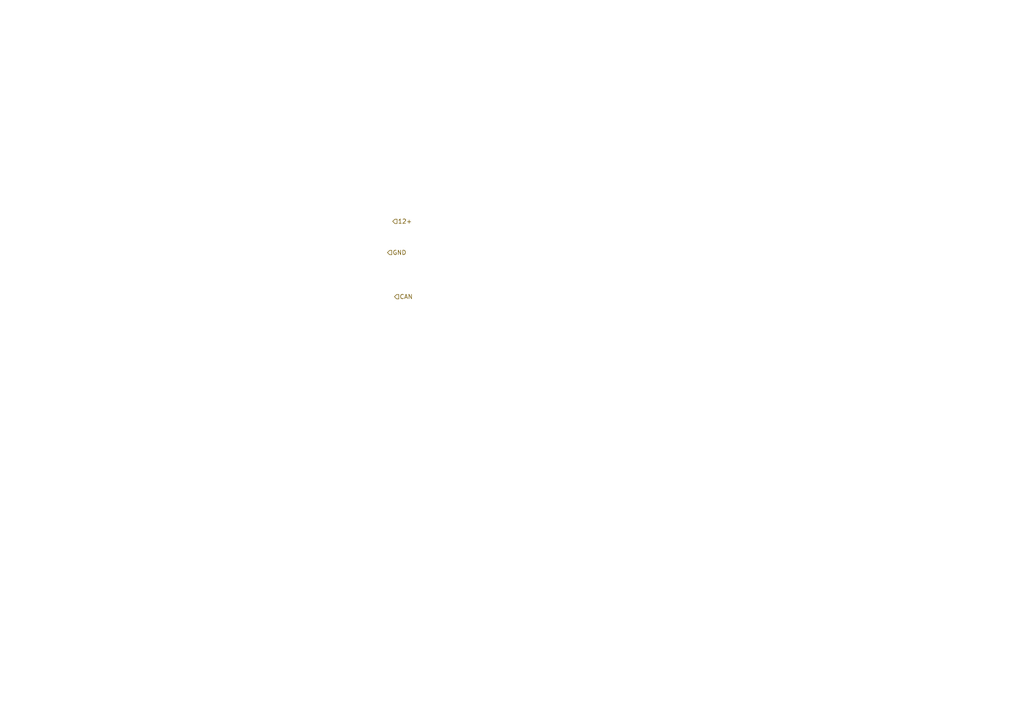
<source format=kicad_sch>
(kicad_sch (version 20211123) (generator eeschema)
  (paper "A4")
  (lib_symbols)
  (hierarchical_label "12+" (shape input) (at 113.8936 64.2112 0))
  (hierarchical_label "CAN" (shape input) (at 114.4016 86.0552 0))
  (hierarchical_label "GND" (shape input) (at 112.3696 73.2536 0))
)
</source>
